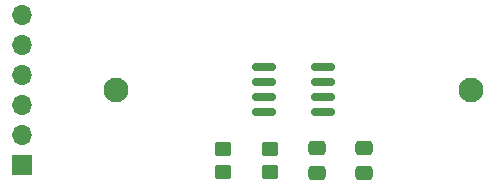
<source format=gbr>
%TF.GenerationSoftware,KiCad,Pcbnew,7.0.7*%
%TF.CreationDate,2023-09-05T11:40:51+02:00*%
%TF.ProjectId,tle5010-11_pcb,746c6535-3031-4302-9d31-315f7063622e,rev?*%
%TF.SameCoordinates,Original*%
%TF.FileFunction,Soldermask,Top*%
%TF.FilePolarity,Negative*%
%FSLAX46Y46*%
G04 Gerber Fmt 4.6, Leading zero omitted, Abs format (unit mm)*
G04 Created by KiCad (PCBNEW 7.0.7) date 2023-09-05 11:40:51*
%MOMM*%
%LPD*%
G01*
G04 APERTURE LIST*
G04 Aperture macros list*
%AMRoundRect*
0 Rectangle with rounded corners*
0 $1 Rounding radius*
0 $2 $3 $4 $5 $6 $7 $8 $9 X,Y pos of 4 corners*
0 Add a 4 corners polygon primitive as box body*
4,1,4,$2,$3,$4,$5,$6,$7,$8,$9,$2,$3,0*
0 Add four circle primitives for the rounded corners*
1,1,$1+$1,$2,$3*
1,1,$1+$1,$4,$5*
1,1,$1+$1,$6,$7*
1,1,$1+$1,$8,$9*
0 Add four rect primitives between the rounded corners*
20,1,$1+$1,$2,$3,$4,$5,0*
20,1,$1+$1,$4,$5,$6,$7,0*
20,1,$1+$1,$6,$7,$8,$9,0*
20,1,$1+$1,$8,$9,$2,$3,0*%
G04 Aperture macros list end*
%ADD10C,2.100000*%
%ADD11RoundRect,0.250000X-0.475000X0.337500X-0.475000X-0.337500X0.475000X-0.337500X0.475000X0.337500X0*%
%ADD12RoundRect,0.250000X-0.450000X0.350000X-0.450000X-0.350000X0.450000X-0.350000X0.450000X0.350000X0*%
%ADD13RoundRect,0.150000X-0.825000X-0.150000X0.825000X-0.150000X0.825000X0.150000X-0.825000X0.150000X0*%
%ADD14R,1.700000X1.700000*%
%ADD15O,1.700000X1.700000*%
G04 APERTURE END LIST*
D10*
%TO.C,REF\u002A\u002A*%
X40000000Y-30000000D03*
%TD*%
D11*
%TO.C,C2*%
X61000000Y-34962500D03*
X61000000Y-37037500D03*
%TD*%
D12*
%TO.C,R5*%
X49000000Y-35000000D03*
X49000000Y-37000000D03*
%TD*%
D11*
%TO.C,C1*%
X57000000Y-34962500D03*
X57000000Y-37037500D03*
%TD*%
D12*
%TO.C,R6*%
X53000000Y-35000000D03*
X53000000Y-37000000D03*
%TD*%
D13*
%TO.C,U1*%
X52525000Y-28095000D03*
X52525000Y-29365000D03*
X52525000Y-30635000D03*
X52525000Y-31905000D03*
X57475000Y-31905000D03*
X57475000Y-30635000D03*
X57475000Y-29365000D03*
X57475000Y-28095000D03*
%TD*%
D10*
%TO.C,REF\u002A\u002A*%
X70000000Y-30000000D03*
%TD*%
D14*
%TO.C,J1*%
X32000000Y-36350000D03*
D15*
X32000000Y-33810000D03*
X32000000Y-31270000D03*
X32000000Y-28730000D03*
X32000000Y-26190000D03*
X32000000Y-23650000D03*
%TD*%
M02*

</source>
